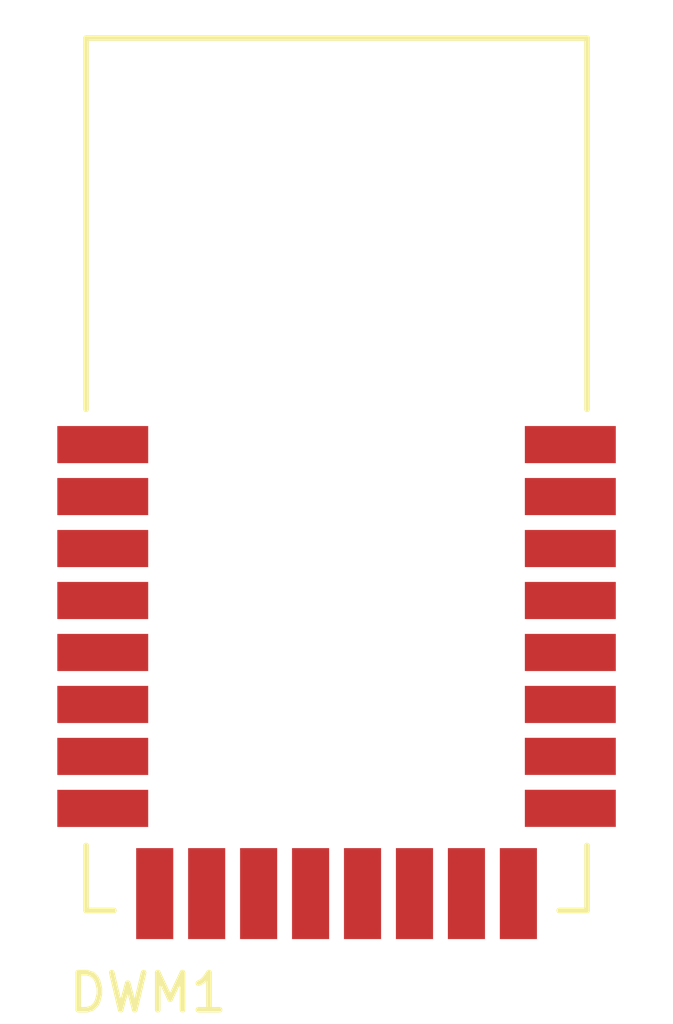
<source format=kicad_pcb>
(kicad_pcb (version 20200829) (generator pcbnew)

  (general
    (thickness 1.6)
  )

  (paper "A4")
  (layers
    (0 "F.Cu" signal)
    (31 "B.Cu" signal)
    (32 "B.Adhes" user)
    (33 "F.Adhes" user)
    (34 "B.Paste" user)
    (35 "F.Paste" user)
    (36 "B.SilkS" user)
    (37 "F.SilkS" user)
    (38 "B.Mask" user)
    (39 "F.Mask" user)
    (40 "Dwgs.User" user)
    (41 "Cmts.User" user)
    (42 "Eco1.User" user)
    (43 "Eco2.User" user)
    (44 "Edge.Cuts" user)
    (45 "Margin" user)
    (46 "B.CrtYd" user)
    (47 "F.CrtYd" user)
    (48 "B.Fab" user)
    (49 "F.Fab" user)
  )

  (setup
    (pcbplotparams
      (layerselection 0x010fc_ffffffff)
      (usegerberextensions false)
      (usegerberattributes true)
      (usegerberadvancedattributes true)
      (creategerberjobfile true)
      (svguseinch false)
      (svgprecision 6)
      (excludeedgelayer true)
      (linewidth 0.100000)
      (plotframeref false)
      (viasonmask false)
      (mode 1)
      (useauxorigin false)
      (hpglpennumber 1)
      (hpglpenspeed 20)
      (hpglpendiameter 15.000000)
      (psnegative false)
      (psa4output false)
      (plotreference true)
      (plotvalue true)
      (plotinvisibletext false)
      (sketchpadsonfab false)
      (subtractmaskfromsilk false)
      (outputformat 1)
      (mirror false)
      (drillshape 1)
      (scaleselection 1)
      (outputdirectory "")
    )
  )


  (net 0 "")

  (module "RF_Module:DWM1000" (layer "F.Cu") (tedit 5A5206A0) (tstamp b8d69421-e475-4c53-9e28-9cadb2f2f6c3)
    (at 132.1054 96.2152)
    (descr "IEEE802.15.4-2011 UWB")
    (tags "UWB Module")
    (property "Sheet file" "/Users/jonkelley/Development/Olin/RealWorldMicroControllers-FA2020/rwmc-project/packages/dmw1000-carrier/dmw1000-carrier.kicad_sch")
    (property "Sheet name" "")
    (path "/03f52917-afb7-4e00-a1f0-29d9d800ab52")
    (attr smd)
    (fp_text reference "DWM1" (at -5.08 13.97) (layer "F.SilkS")
      (effects (font (size 1 1) (thickness 0.15)))
      (tstamp 1eefb764-07e9-4ade-91dd-78973d832e95)
    )
    (fp_text value "DWM1000" (at 0 7.5) (layer "F.Fab")
      (effects (font (size 1 1) (thickness 0.15)))
      (tstamp d0d679ae-37dc-4087-83bc-53aa9c594132)
    )
    (fp_text user "no components, traces, or copper on any layer" (at 0 -6.35) (layer "Cmts.User")
      (effects (font (size 0.5 0.5) (thickness 0.03175)))
      (tstamp 25f1fd3f-37eb-4558-81ad-cb28c8ad83f5)
    )
    (fp_text user "KEEP-OUT ZONE" (at 0 -8.89) (layer "Cmts.User")
      (effects (font (size 1 1) (thickness 0.15)))
      (tstamp 8e0df60f-1ef4-4a72-a0e0-570b5ae02c22)
    )
    (fp_text user "${REFERENCE}" (at 0 0) (layer "F.Fab")
      (effects (font (size 1 1) (thickness 0.15)))
      (tstamp 5f8c0b57-025e-4af2-9092-70a60fd34085)
    )
    (fp_line (start -6.75 -11.75) (end 6.75 -11.75) (layer "F.SilkS") (width 0.15) (tstamp 6338794f-70e9-4e6e-b345-ee1a05ea5083))
    (fp_line (start 6.75 -11.75) (end 6.75 -1.75) (layer "F.SilkS") (width 0.15) (tstamp 7863e41e-882f-453c-97e3-16f3ce2c6f35))
    (fp_line (start 6.75 11.75) (end 6.75 10) (layer "F.SilkS") (width 0.15) (tstamp 8ef8f3cb-be62-44b0-8421-2a4202e4d819))
    (fp_line (start -6 11.75) (end -6.75 11.75) (layer "F.SilkS") (width 0.15) (tstamp ca1ec8f4-7ab1-478b-9627-a107b0b48510))
    (fp_line (start 6 11.75) (end 6.75 11.75) (layer "F.SilkS") (width 0.15) (tstamp cc35eefa-4bf9-460c-9523-6b87ddb6173f))
    (fp_line (start -6.75 -11.75) (end -6.75 -1.75) (layer "F.SilkS") (width 0.15) (tstamp def86e56-4707-4f02-978e-197ecf30a102))
    (fp_line (start -6.75 11.75) (end -6.75 10) (layer "F.SilkS") (width 0.15) (tstamp f32a4147-feab-4f32-9bc5-4a35c865dc77))
    (fp_line (start 2.54 -1.27) (end -8.89 -12.7) (layer "Dwgs.User") (width 0.15) (tstamp 25ec088f-a059-45e6-9206-9643bdf22ef7))
    (fp_line (start 6.35 -1.27) (end -5.08 -12.7) (layer "Dwgs.User") (width 0.15) (tstamp 3d27e864-c2f0-4861-a5f4-5a669076192a))
    (fp_line (start -1.27 -12.7) (end 8.89 -2.54) (layer "Dwgs.User") (width 0.15) (tstamp 4d3b2513-b96b-4ea9-9ddc-bfa5fd670bb0))
    (fp_line (start -8.89 -12.7) (end 8.89 -12.7) (layer "Dwgs.User") (width 0.15) (tstamp 7136aac0-9804-4380-8c2f-bb5dc1367e32))
    (fp_line (start 8.89 -12.7) (end 8.89 -1.27) (layer "Dwgs.User") (width 0.15) (tstamp 8ad6725f-aa6c-4729-9c7e-bb2fab8ceb33))
    (fp_line (start -8.89 -8.89) (end -1.27 -1.27) (layer "Dwgs.User") (width 0.15) (tstamp 8d34a3de-1f1d-4281-94ec-2e9ea31ac06f))
    (fp_line (start -8.89 -5.08) (end -5.08 -1.27) (layer "Dwgs.User") (width 0.15) (tstamp 982316b4-7b0b-49cf-9ba6-c38b1bd086f8))
    (fp_line (start 2.54 -12.7) (end 8.89 -6.35) (layer "Dwgs.User") (width 0.15) (tstamp a5182b80-36da-41e4-9be6-0d4c30a2d08f))
    (fp_line (start 6.35 -12.7) (end 8.89 -10.16) (layer "Dwgs.User") (width 0.15) (tstamp b73c3e93-df13-484d-aef5-d621886264a2))
    (fp_line (start 8.89 -1.27) (end -8.89 -1.27) (layer "Dwgs.User") (width 0.15) (tstamp c95f3d67-4ee2-4e35-9291-04620c3f490f))
    (fp_line (start -8.89 -1.27) (end -8.89 -12.7) (layer "Dwgs.User") (width 0.15) (tstamp cecd3f49-1506-414d-8c46-414a833ce2fb))
    (fp_line (start -7.85 -11.85) (end -7.85 12.85) (layer "F.CrtYd") (width 0.05) (tstamp 5fd9f741-654d-4f20-a6a6-9bca3e635ea9))
    (fp_line (start -7.85 12.85) (end 7.85 12.85) (layer "F.CrtYd") (width 0.05) (tstamp 78f2a159-9679-4987-b4bc-0728dc78f9b3))
    (fp_line (start 7.85 -11.85) (end -7.85 -11.85) (layer "F.CrtYd") (width 0.05) (tstamp c1d0b140-dfa1-4683-beee-564bd7982065))
    (fp_line (start 7.85 12.85) (end 7.85 -11.85) (layer "F.CrtYd") (width 0.05) (tstamp c530618f-1f3d-4b34-b56f-44eefff18c32))
    (fp_line (start -5.715 10.23) (end -5.715 -1.2) (layer "F.Fab") (width 0.15) (tstamp 1de42a93-0082-4be8-b484-4ed610e09ffc))
    (fp_line (start -3.81 -10.725) (end 1.905 -10.725) (layer "F.Fab") (width 0.15) (tstamp 259c2036-b7ca-4884-8311-d1b2abad1b9b))
    (fp_line (start -6.5 11.5) (end 6.5 11.5) (layer "F.Fab") (width 0.15) (tstamp 2b4682fa-24ed-4ef5-90cb-17faf696f027))
    (fp_line (start 1.905 -2.47) (end -3.81 -2.47) (layer "F.Fab") (width 0.15) (tstamp 2dbb22c1-c6d9-4b66-bc13-195c7639d43f))
    (fp_line (start 5.715 -0.565) (end 5.715 10.865) (layer "F.Fab") (width 0.15) (tstamp 58362320-fc00-4138-9f0a-207c03d84a6a))
    (fp_line (start -5.08 10.865) (end -5.715 10.23) (layer "F.Fab") (width 0.15) (tstamp 58d86566-032a-4862-a99c-7a5ed347db65))
    (fp_line (start -6.5 -11.5) (end -6.5 11.5) (layer "F.Fab") (width 0.15) (tstamp 59ad74fb-7e9f-47cb-b6e9-df2da4d71936))
    (fp_line (start 5.08 -1.2) (end 5.715 -0.565) (layer "F.Fab") (width 0.15) (tstamp 5e7ea49f-6f85-4d72-a839-6c54484ed04d))
    (fp_line (start 5.715 10.865) (end -5.08 10.865) (layer "F.Fab") (width 0.15) (tstamp 74dc6e3b-a39e-4c66-9f4e-c98966e3dbcb))
    (fp_line (start -5.715 -1.2) (end 4.445 -1.2) (layer "F.Fab") (width 0.15) (tstamp 764622e7-6f59-4e88-ac4b-1432cd6e81de))
    (fp_line (start 6.5 11.5) (end 6.5 -11.5) (layer "F.Fab") (width 0.15) (tstamp 8401ddf9-adca-48db-9587-8ba481df47fd))
    (fp_line (start 1.905 -10.725) (end 1.905 -2.47) (layer "F.Fab") (width 0.15) (tstamp 9b811a80-8332-4346-ba8e-3f3706b2b4c4))
    (fp_line (start 4.445 -1.2) (end 5.08 -1.2) (layer "F.Fab") (width 0.15) (tstamp b837a3a7-5b32-4b86-a824-bfc1ef124115))
    (fp_line (start -3.81 -2.47) (end -3.81 -10.725) (layer "F.Fab") (width 0.15) (tstamp c8b903a2-4263-490b-856b-5656a28d333d))
    (fp_line (start 6.5 -11.5) (end -6.5 -11.5) (layer "F.Fab") (width 0.15) (tstamp fff9c7af-efec-4cb3-83fb-50f2a20f65e0))
    (pad "1" smd rect (at -6.3 -0.7988 90) (size 1 2.45) (layers "F.Cu" "F.Paste" "F.Mask")
      (net 24 "Net-(DWM1-Pad1)") (pinfunction "EXTON") (tstamp da3676aa-d794-4494-939a-82e63d372b15))
    (pad "2" smd rect (at -6.3 0.6012 90) (size 1 2.45) (layers "F.Cu" "F.Paste" "F.Mask")
      (net 23 "Net-(DWM1-Pad2)") (pinfunction "WAKEUP") (tstamp 010b892c-2287-44be-a17d-93a96d87e1c3))
    (pad "3" smd rect (at -6.3 2.0012 90) (size 1 2.45) (layers "F.Cu" "F.Paste" "F.Mask")
      (net 22 "Net-(DWM1-Pad3)") (pinfunction "RSTn") (tstamp fa52881d-5955-4be3-a3bd-a9335d07e2a3))
    (pad "4" smd rect (at -6.3 3.4012 90) (size 1 2.45) (layers "F.Cu" "F.Paste" "F.Mask")
      (net 21 "Net-(DWM1-Pad4)") (pinfunction "GPIO7") (tstamp 0a68bdd0-87c2-4ebc-8d57-f44b6a74e6db))
    (pad "5" smd rect (at -6.3 4.8012 90) (size 1 2.45) (layers "F.Cu" "F.Paste" "F.Mask")
      (net 20 "Net-(DWM1-Pad5)") (pinfunction "VDDAON") (tstamp c91b8935-d500-45a9-99f9-1a12c93097d7))
    (pad "6" smd rect (at -6.3 6.2012 90) (size 1 2.45) (layers "F.Cu" "F.Paste" "F.Mask")
      (net 19 "Net-(DWM1-Pad6)") (pinfunction "VDD3V3") (tstamp 2ea1708d-3e41-4f70-8d5d-d3d089558dde))
    (pad "7" smd rect (at -6.3 7.6012 90) (size 1 2.45) (layers "F.Cu" "F.Paste" "F.Mask")
      (net 18 "Net-(DWM1-Pad7)") (pinfunction "VDD3V3") (tstamp 76ce64bd-1581-454c-b065-868bdec7df5e))
    (pad "8" smd rect (at -6.3 9.0012 90) (size 1 2.45) (layers "F.Cu" "F.Paste" "F.Mask")
      (net 17 "Net-(DWM1-Pad8)") (pinfunction "VSS") (tstamp 7d7c5a32-f688-42a7-bbee-95725fb58af1))
    (pad "9" smd rect (at -4.9 11.2962) (size 1 2.45) (layers "F.Cu" "F.Paste" "F.Mask")
      (net 16 "Net-(DWM1-Pad9)") (pinfunction "GPIO6/EXTRXE/SPIHA") (tstamp 020a7dd8-4407-4101-9ea9-fa4b5ab69b07))
    (pad "10" smd rect (at -3.5 11.2962) (size 1 2.45) (layers "F.Cu" "F.Paste" "F.Mask")
      (net 15 "Net-(DWM1-Pad10)") (pinfunction "GPIO5/EXTTXE/SPIPOL") (tstamp 0a604be5-8de6-464f-92e1-19d1c415593f))
    (pad "11" smd rect (at -2.1 11.2962) (size 1 2.45) (layers "F.Cu" "F.Paste" "F.Mask")
      (net 14 "Net-(DWM1-Pad11)") (pinfunction "GPIO4/EXTPA") (tstamp 3c12140c-93dd-424c-b4ff-127d85de61e6))
    (pad "12" smd rect (at -0.7 11.2962) (size 1 2.45) (layers "F.Cu" "F.Paste" "F.Mask")
      (net 13 "Net-(DWM1-Pad12)") (pinfunction "GPIO3/TXLED") (tstamp 3220cc81-a930-4018-8223-6c75a2716227))
    (pad "13" smd rect (at 0.7 11.2962) (size 1 2.45) (layers "F.Cu" "F.Paste" "F.Mask")
      (net 12 "Net-(DWM1-Pad13)") (pinfunction "GPIO2/RXLED") (tstamp d3ff4f36-2ff0-484e-98ee-2ac42d9471f6))
    (pad "14" smd rect (at 2.1 11.2962) (size 1 2.45) (layers "F.Cu" "F.Paste" "F.Mask")
      (net 11 "Net-(DWM1-Pad14)") (pinfunction "GPIO1/SFDLED") (tstamp b750cf19-2d1c-439b-9375-e3a26f29e390))
    (pad "15" smd rect (at 3.5 11.2962) (size 1 2.45) (layers "F.Cu" "F.Paste" "F.Mask")
      (net 10 "Net-(DWM1-Pad15)") (pinfunction "GPIO0/RXOKLED") (tstamp 3c1adfbe-390c-417c-afaf-1f3d9d7490e4))
    (pad "16" smd rect (at 4.9 11.2962) (size 1 2.45) (layers "F.Cu" "F.Paste" "F.Mask")
      (net 9 "Net-(DWM1-Pad16)") (pinfunction "VSS") (tstamp ad24a26a-37b5-4101-97e7-2ed33173820e))
    (pad "17" smd rect (at 6.3 9 90) (size 1 2.45) (layers "F.Cu" "F.Paste" "F.Mask")
      (net 8 "Net-(DWM1-Pad17)") (pinfunction "SPICSn") (tstamp 05b366e6-3e8d-4478-8343-4b837d3c73c1))
    (pad "18" smd rect (at 6.3 7.6 90) (size 1 2.45) (layers "F.Cu" "F.Paste" "F.Mask")
      (net 7 "Net-(DWM1-Pad18)") (pinfunction "SPIMOSI") (tstamp 7d70c506-3d11-4e89-abf9-500f70381558))
    (pad "19" smd rect (at 6.3 6.2012 90) (size 1 2.45) (layers "F.Cu" "F.Paste" "F.Mask")
      (net 6 "Net-(DWM1-Pad19)") (pinfunction "SPIMISO") (tstamp 67150698-71fb-4220-9898-710b4be47d56))
    (pad "20" smd rect (at 6.3 4.8012 90) (size 1 2.45) (layers "F.Cu" "F.Paste" "F.Mask")
      (net 5 "Net-(DWM1-Pad20)") (pinfunction "SPICLK") (tstamp 1cc8991b-3321-453b-b5f2-bcd953007be1))
    (pad "21" smd rect (at 6.3 3.4012 90) (size 1 2.45) (layers "F.Cu" "F.Paste" "F.Mask")
      (net 4 "Net-(DWM1-Pad21)") (pinfunction "VSS") (tstamp 2ac17902-1766-41d6-a36b-783f9d373a57))
    (pad "22" smd rect (at 6.3 2.0012 90) (size 1 2.45) (layers "F.Cu" "F.Paste" "F.Mask")
      (net 3 "Net-(DWM1-Pad22)") (pinfunction "IRQ/GPIO8") (tstamp d6274d66-4e9b-4d7b-a753-9b0874e6ca5e))
    (pad "23" smd rect (at 6.3 0.6012 90) (size 1 2.45) (layers "F.Cu" "F.Paste" "F.Mask")
      (net 2 "Net-(DWM1-Pad23)") (pinfunction "VSS") (tstamp 01d4851a-7a52-4b1c-8dcc-4effaa4dfd28))
    (pad "24" smd rect (at 6.3 -0.7988 90) (size 1 2.45) (layers "F.Cu" "F.Paste" "F.Mask")
      (net 1 "Net-(DWM1-Pad24)") (pinfunction "VSS") (tstamp 02e3ff60-6ec9-4b0e-a2b7-6e9c26eee46e))
    (model "${KISYS3DMOD}/RF_Module.3dshapes/DWM1000.wrl"
      (offset (xyz 0 0 0))
      (scale (xyz 1 1 1))
      (rotate (xyz 0 0 0))
    )
  )

)

</source>
